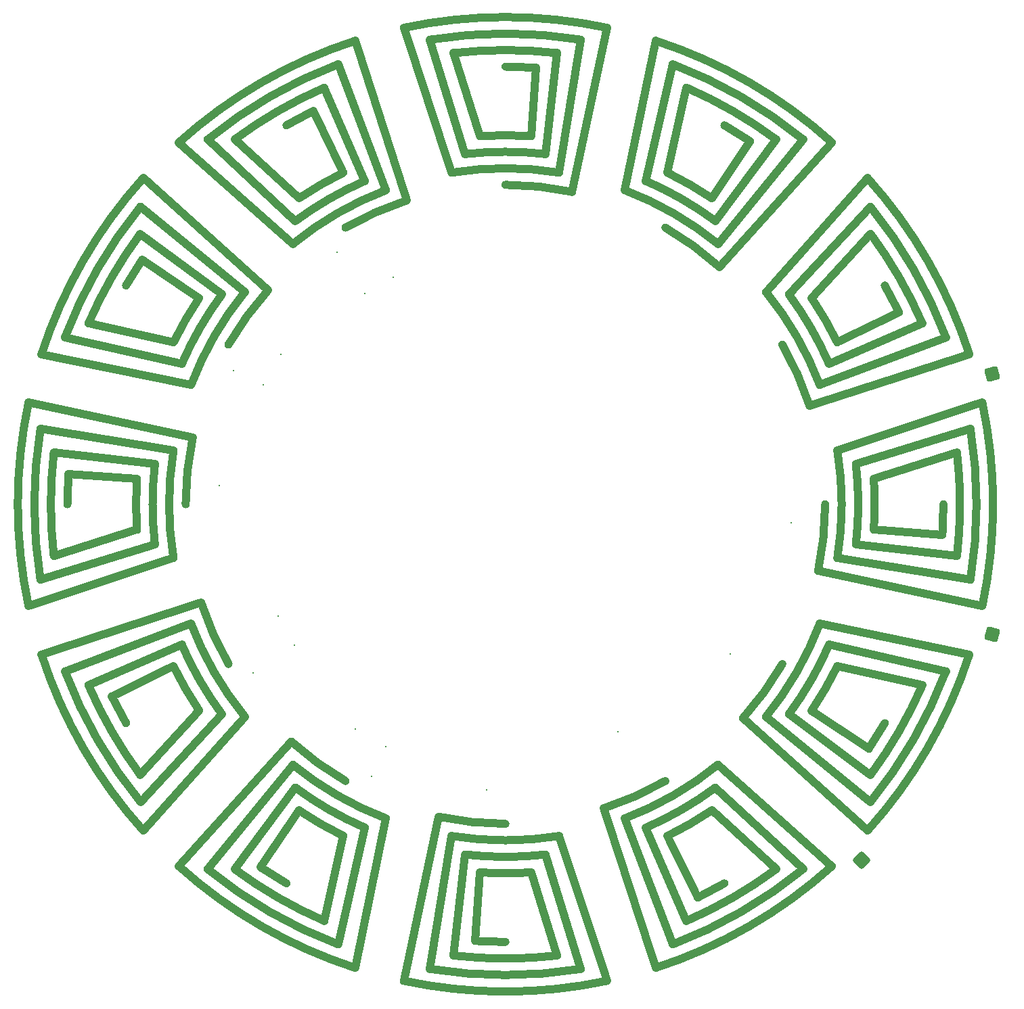
<source format=gbr>
%TF.GenerationSoftware,KiCad,Pcbnew,7.99.0-3356-g00904e8e23*%
%TF.CreationDate,2023-10-26T14:27:13+05:30*%
%TF.ProjectId,kimotor-project,6b696d6f-746f-4722-9d70-726f6a656374,rev?*%
%TF.SameCoordinates,Original*%
%TF.FileFunction,Copper,L5,Inr*%
%TF.FilePolarity,Positive*%
%FSLAX46Y46*%
G04 Gerber Fmt 4.6, Leading zero omitted, Abs format (unit mm)*
G04 Created by KiCad (PCBNEW 7.99.0-3356-g00904e8e23) date 2023-10-26 14:27:13*
%MOMM*%
%LPD*%
G01*
G04 APERTURE LIST*
G04 Aperture macros list*
%AMRoundRect*
0 Rectangle with rounded corners*
0 $1 Rounding radius*
0 $2 $3 $4 $5 $6 $7 $8 $9 X,Y pos of 4 corners*
0 Add a 4 corners polygon primitive as box body*
4,1,4,$2,$3,$4,$5,$6,$7,$8,$9,$2,$3,0*
0 Add four circle primitives for the rounded corners*
1,1,$1+$1,$2,$3*
1,1,$1+$1,$4,$5*
1,1,$1+$1,$6,$7*
1,1,$1+$1,$8,$9*
0 Add four rect primitives between the rounded corners*
20,1,$1+$1,$2,$3,$4,$5,0*
20,1,$1+$1,$4,$5,$6,$7,0*
20,1,$1+$1,$6,$7,$8,$9,0*
20,1,$1+$1,$8,$9,$2,$3,0*%
G04 Aperture macros list end*
%TA.AperFunction,ComponentPad*%
%ADD10RoundRect,0.250000X-0.734847X-0.424264X0.424264X-0.734847X0.734847X0.424264X-0.424264X0.734847X0*%
%TD*%
%TA.AperFunction,ComponentPad*%
%ADD11RoundRect,0.250000X-0.848528X0.000000X0.000000X-0.848528X0.848528X0.000000X0.000000X0.848528X0*%
%TD*%
%TA.AperFunction,ComponentPad*%
%ADD12RoundRect,0.250000X-0.424264X-0.734847X0.734847X-0.424264X0.424264X0.734847X-0.734847X0.424264X0*%
%TD*%
%TA.AperFunction,ViaPad*%
%ADD13C,0.250000*%
%TD*%
%TA.AperFunction,Conductor*%
%ADD14C,1.034000*%
%TD*%
G04 APERTURE END LIST*
D10*
%TO.N,coil*%
%TO.C,T2*%
X60853327Y-16305599D03*
%TD*%
D11*
%TO.N,coil*%
%TO.C,T3*%
X44547727Y-44547727D03*
%TD*%
%TO.N,coil*%
%TO.C,T3*%
X44547727Y-44547727D03*
%TD*%
D12*
%TO.N,coil*%
%TO.C,T1*%
X60853327Y16305599D03*
%TD*%
D10*
%TO.N,coil*%
%TO.C,T2*%
X60853327Y-16305599D03*
%TD*%
D12*
%TO.N,coil*%
%TO.C,T1*%
X60853327Y16305599D03*
%TD*%
D13*
%TO.N,coil*%
X-2345617Y-35787212D03*
X-16776894Y-34020176D03*
X-34020176Y16776894D03*
X-14947588Y-30310711D03*
X35787212Y-2345617D03*
X-18776051Y-28100347D03*
X-14947588Y-30310711D03*
X-21073890Y31539305D03*
X-30310711Y14947588D03*
X-26380867Y-17627132D03*
X-30310711Y14947588D03*
X-21073890Y31539305D03*
X-14032935Y28455978D03*
X-2345617Y-35787212D03*
X14032935Y-28455978D03*
X-35787212Y2345617D03*
X-17627132Y26380867D03*
X-17627132Y26380867D03*
X-28100347Y18776051D03*
X-18776051Y-28100347D03*
X-31539305Y-21073890D03*
X-35787212Y2345617D03*
X-14032935Y28455978D03*
X28100347Y-18776051D03*
X-16776894Y-34020176D03*
X-28100347Y18776051D03*
X-28455978Y-14032935D03*
X14032935Y-28455978D03*
X-34020176Y16776894D03*
X28100347Y-18776051D03*
X-28455978Y-14032935D03*
X-26380867Y-17627132D03*
X35787212Y-2345617D03*
X-31539305Y-21073890D03*
X-34641016Y-20000000D03*
X40000000Y0D03*
X-40000000Y0D03*
X-19999999Y-34641016D03*
X0Y-40000000D03*
X-34641016Y-20000000D03*
X19999999Y34641016D03*
X0Y-40000000D03*
X-34641016Y19999999D03*
X34641016Y-19999999D03*
X0Y40000000D03*
X-34641016Y19999999D03*
X-20000000Y34641016D03*
X-34641016Y19999999D03*
X20000000Y-34641016D03*
X-19999999Y-34641016D03*
X34641016Y-19999999D03*
X19999999Y34641016D03*
X34641016Y-19999999D03*
X40000000Y0D03*
X34641016Y20000000D03*
X0Y40000000D03*
X34641016Y20000000D03*
X40000000Y0D03*
X19999999Y34641016D03*
X-20000000Y34641016D03*
X20000000Y-34641016D03*
X-40000000Y0D03*
X-34641016Y-20000000D03*
X-40000000Y0D03*
X0Y-40000000D03*
X34641016Y20000000D03*
X0Y40000000D03*
X-20000000Y34641016D03*
X20000000Y-34641016D03*
X-19999999Y-34641016D03*
X0Y-54796000D03*
X0Y-54796000D03*
X27397999Y47454728D03*
X-27398000Y47454728D03*
X54796000Y0D03*
X27397999Y47454728D03*
X27398000Y-47454728D03*
X54796000Y0D03*
X0Y54796000D03*
X-27398000Y47454728D03*
X27398000Y-47454728D03*
X-47454728Y27397999D03*
X-54796000Y0D03*
X47454728Y-27397999D03*
X-54796000Y0D03*
X-27397999Y-47454728D03*
X-47454728Y-27398000D03*
X47454728Y-27397999D03*
X-47454728Y27397999D03*
X47454728Y27398000D03*
X-47454728Y-27398000D03*
X0Y54796000D03*
X-27397999Y-47454728D03*
X47454728Y27398000D03*
%TD*%
D14*
%TO.N,coil*%
X41524642Y-6739490D02*
X58170823Y-9441181D01*
X-18813088Y-58026439D02*
X-14925751Y-39331140D01*
X-58026439Y18813088D02*
X-39331140Y14925751D01*
X25815475Y38319327D02*
X30616067Y45445109D01*
X-26273645Y-35463812D02*
X-33850475Y-45690915D01*
X-46093248Y3197193D02*
X-54664653Y3791737D01*
X46093248Y-3197193D02*
X54664653Y-3791737D01*
X-40845826Y45305832D02*
X-26598890Y32591649D01*
X9441181Y-58170823D02*
X5021738Y-43849385D01*
X20909108Y55098001D02*
X17575739Y40485551D01*
X17575739Y-40485551D02*
X22644255Y-52160829D01*
X45305832Y40845826D02*
X32591649Y26598890D01*
X41524642Y-6739490D02*
X58170823Y-9441181D01*
X25815475Y38319327D02*
X30616067Y45445109D01*
X20277773Y-41516521D02*
X24048585Y-49236847D01*
X-5021738Y-43849385D02*
X-6469914Y-56494731D01*
X-3197193Y-46093248D02*
X-3791737Y-54664653D01*
X-3197193Y-46093248D02*
X-3791737Y-54664653D01*
X-56494731Y-6469914D02*
X-46093248Y-3197193D01*
X41516521Y20277773D02*
X49236847Y24048585D01*
X-8341382Y-39120600D02*
X-12720607Y-59658915D01*
X-29708742Y26784148D02*
X-45305832Y40845826D01*
X35463812Y-26273645D02*
X45690915Y-33850475D01*
X3197193Y46093248D02*
X3791737Y54664653D01*
X-14925751Y39331140D02*
X-20909108Y55098001D01*
X9441181Y-58170823D02*
X5021738Y-43849385D01*
X-45305832Y-40845826D02*
X-32591649Y-26598890D01*
X-38319327Y25815475D02*
X-45445109Y30616067D01*
X-45656819Y-37261715D02*
X-35463812Y-26273645D01*
X-9441181Y58170823D02*
X-5021738Y43849385D01*
X-6469914Y56494731D02*
X-3197193Y46093248D01*
X-8341382Y-39120600D02*
X-12720607Y-59658915D01*
X8341382Y39120600D02*
X12720607Y59658915D01*
X25815475Y38319327D02*
X30616067Y45445109D01*
X59658915Y12720607D02*
X41524642Y6739490D01*
X-35463812Y26273645D02*
X-45690915Y33850475D01*
X-33850475Y45690915D02*
X-25815475Y38319327D01*
X20909108Y55098001D02*
X17575739Y40485551D01*
X-39120600Y8341382D02*
X-59658915Y12720607D01*
X40845826Y-45305832D02*
X26598890Y-32591649D01*
X-58170823Y-9441181D02*
X-43849385Y-5021738D01*
X14925751Y-39331140D02*
X20909108Y-55098001D01*
X-35463812Y26273645D02*
X-45690915Y33850475D01*
X26598890Y32591649D02*
X37261715Y45656819D01*
X-52160829Y22644255D02*
X-41516521Y20277773D01*
X-55098001Y20909108D02*
X-40485551Y17575739D01*
X-40845826Y45305832D02*
X-26598890Y32591649D01*
X-20277773Y41516521D02*
X-24048585Y49236847D01*
X55098001Y-20909108D02*
X40485551Y-17575739D01*
X6469914Y-56494731D02*
X3197193Y-46093248D01*
X43849385Y-5021738D02*
X56494731Y-6469914D01*
X-37261715Y45656819D02*
X-26273645Y35463812D01*
X39120600Y-8341382D02*
X59658915Y-12720607D01*
X45690915Y33850475D02*
X38319327Y25815475D01*
X-56494731Y-6469914D02*
X-46093248Y-3197193D01*
X39120600Y-8341382D02*
X59658915Y-12720607D01*
X-5021738Y-43849385D02*
X-6469914Y-56494731D01*
X-45656819Y-37261715D02*
X-35463812Y-26273645D01*
X5021738Y43849385D02*
X6469914Y56494731D01*
X35463812Y-26273645D02*
X45690915Y-33850475D01*
X-40485551Y-17575739D02*
X-52160829Y-22644255D01*
X41516521Y20277773D02*
X49236847Y24048585D01*
X39331140Y14925751D02*
X55098001Y20909108D01*
X-26784148Y-29708742D02*
X-40845826Y-45305832D01*
X-41516521Y-20277773D02*
X-49236847Y-24048585D01*
X26784148Y29708742D02*
X40845826Y45305832D01*
X-45656819Y-37261715D02*
X-35463812Y-26273645D01*
X12336451Y-38050124D02*
X18813088Y-58026439D01*
X22644255Y52160829D02*
X20277773Y41516521D01*
X26784148Y29708742D02*
X40845826Y45305832D01*
X14925751Y-39331140D02*
X20909108Y-55098001D01*
X55098001Y-20909108D02*
X40485551Y-17575739D01*
X20909108Y55098001D02*
X17575739Y40485551D01*
X43849385Y-5021738D02*
X56494731Y-6469914D01*
X-26784148Y-29708742D02*
X-40845826Y-45305832D01*
X12720607Y-59658915D02*
X6739490Y-41524642D01*
X-52160829Y22644255D02*
X-41516521Y20277773D01*
X59658915Y12720607D02*
X41524642Y6739490D01*
X58170823Y9441181D02*
X43849385Y5021738D01*
X52160829Y-22644255D02*
X41516521Y-20277773D01*
X58026439Y-18813088D02*
X39331140Y-14925751D01*
X33850475Y-45690915D02*
X25815475Y-38319327D01*
X-45690915Y-33850475D02*
X-38319327Y-25815475D01*
X40485551Y17575739D02*
X52160829Y22644255D01*
X40485551Y17575739D02*
X52160829Y22644255D01*
X22644255Y52160829D02*
X20277773Y41516521D01*
X-20277773Y41516521D02*
X-24048585Y49236847D01*
X-5021738Y-43849385D02*
X-6469914Y-56494731D01*
X-43849385Y5021738D02*
X-56494731Y6469914D01*
X8341382Y39120600D02*
X12720607Y59658915D01*
X-55098001Y20909108D02*
X-40485551Y17575739D01*
X-12336451Y38050124D02*
X-18813088Y58026439D01*
X58026439Y-18813088D02*
X39331140Y-14925751D01*
X-38050124Y-12336451D02*
X-58026439Y-18813088D01*
X-33850475Y45690915D02*
X-25815475Y38319327D01*
X45656819Y37261715D02*
X35463812Y26273645D01*
X39120600Y-8341382D02*
X59658915Y-12720607D01*
X-26273645Y-35463812D02*
X-33850475Y-45690915D01*
X33850475Y-45690915D02*
X25815475Y-38319327D01*
X-58026439Y18813088D02*
X-39331140Y14925751D01*
X-20909108Y-55098001D02*
X-17575739Y-40485551D01*
X-58026439Y18813088D02*
X-39331140Y14925751D01*
X-40845826Y45305832D02*
X-26598890Y32591649D01*
X-45305832Y-40845826D02*
X-32591649Y-26598890D01*
X-40485551Y-17575739D02*
X-52160829Y-22644255D01*
X56494731Y6469914D02*
X46093248Y3197193D01*
X40845826Y-45305832D02*
X26598890Y-32591649D01*
X40845826Y-45305832D02*
X26598890Y-32591649D01*
X-59658915Y-12720607D02*
X-41524642Y-6739490D01*
X22644255Y52160829D02*
X20277773Y41516521D01*
X-12720607Y59658915D02*
X-6739490Y41524642D01*
X3197193Y46093248D02*
X3791737Y54664653D01*
X52160829Y-22644255D02*
X41516521Y-20277773D01*
X-52160829Y22644255D02*
X-41516521Y20277773D01*
X45305832Y40845826D02*
X32591649Y26598890D01*
X-59658915Y-12720607D02*
X-41524642Y-6739490D01*
X-20909108Y-55098001D02*
X-17575739Y-40485551D01*
X56494731Y6469914D02*
X46093248Y3197193D01*
X-41524642Y6739490D02*
X-58170823Y9441181D01*
X58170823Y9441181D02*
X43849385Y5021738D01*
X-59658915Y-12720607D02*
X-41524642Y-6739490D01*
X41524642Y-6739490D02*
X58170823Y-9441181D01*
X-38319327Y25815475D02*
X-45445109Y30616067D01*
X56494731Y6469914D02*
X46093248Y3197193D01*
X26598890Y32591649D02*
X37261715Y45656819D01*
X46093248Y-3197193D02*
X54664653Y-3791737D01*
X55098001Y-20909108D02*
X40485551Y-17575739D01*
X-9441181Y58170823D02*
X-5021738Y43849385D01*
X5021738Y43849385D02*
X6469914Y56494731D01*
X12720607Y-59658915D02*
X6739490Y-41524642D01*
X-14925751Y39331140D02*
X-20909108Y55098001D01*
X-29708742Y26784148D02*
X-45305832Y40845826D01*
X12336451Y-38050124D02*
X18813088Y-58026439D01*
X-45690915Y-33850475D02*
X-38319327Y-25815475D01*
X-45690915Y-33850475D02*
X-38319327Y-25815475D01*
X14925751Y-39331140D02*
X20909108Y-55098001D01*
X58026439Y-18813088D02*
X39331140Y-14925751D01*
X-29708742Y26784148D02*
X-45305832Y40845826D01*
X-12336451Y38050124D02*
X-18813088Y58026439D01*
X-38050124Y-12336451D02*
X-58026439Y-18813088D01*
X-45305832Y-40845826D02*
X-32591649Y-26598890D01*
X-41524642Y6739490D02*
X-58170823Y9441181D01*
X32591649Y-26598890D02*
X45656819Y-37261715D01*
X-32591649Y26598890D02*
X-45656819Y37261715D01*
X6739490Y41524642D02*
X9441181Y58170823D01*
X-56494731Y-6469914D02*
X-46093248Y-3197193D01*
X-6469914Y56494731D02*
X-3197193Y46093248D01*
X29708742Y-26784148D02*
X45305832Y-40845826D01*
X-22644255Y-52160829D02*
X-20277773Y-41516521D01*
X32591649Y-26598890D02*
X45656819Y-37261715D01*
X-43849385Y5021738D02*
X-56494731Y6469914D01*
X-17575739Y40485551D02*
X-22644255Y52160829D01*
X38050124Y12336451D02*
X58026439Y18813088D01*
X59658915Y12720607D02*
X41524642Y6739490D01*
X-37261715Y45656819D02*
X-26273645Y35463812D01*
X-37261715Y45656819D02*
X-26273645Y35463812D01*
X18813088Y58026439D02*
X14925751Y39331140D01*
X-41516521Y-20277773D02*
X-49236847Y-24048585D01*
X-12720607Y59658915D02*
X-6739490Y41524642D01*
X41516521Y20277773D02*
X49236847Y24048585D01*
X26273645Y35463812D02*
X33850475Y45690915D01*
X6739490Y41524642D02*
X9441181Y58170823D01*
X29708742Y-26784148D02*
X45305832Y-40845826D01*
X37261715Y-45656819D02*
X26273645Y-35463812D01*
X-3197193Y-46093248D02*
X-3791737Y-54664653D01*
X38319327Y-25815475D02*
X45445109Y-30616067D01*
X17575739Y-40485551D02*
X22644255Y-52160829D01*
X38319327Y-25815475D02*
X45445109Y-30616067D01*
X9441181Y-58170823D02*
X5021738Y-43849385D01*
X6469914Y-56494731D02*
X3197193Y-46093248D01*
X37261715Y-45656819D02*
X26273645Y-35463812D01*
X-46093248Y3197193D02*
X-54664653Y3791737D01*
X43849385Y-5021738D02*
X56494731Y-6469914D01*
X-41516521Y-20277773D02*
X-49236847Y-24048585D01*
X52160829Y-22644255D02*
X41516521Y-20277773D01*
X12336451Y-38050124D02*
X18813088Y-58026439D01*
X-6739490Y-41524642D02*
X-9441181Y-58170823D01*
X-41524642Y6739490D02*
X-58170823Y9441181D01*
X6469914Y-56494731D02*
X3197193Y-46093248D01*
X-26598890Y-32591649D02*
X-37261715Y-45656819D01*
X-58170823Y-9441181D02*
X-43849385Y-5021738D01*
X46093248Y-3197193D02*
X54664653Y-3791737D01*
X32591649Y-26598890D02*
X45656819Y-37261715D01*
X-20277773Y41516521D02*
X-24048585Y49236847D01*
X-22644255Y-52160829D02*
X-20277773Y-41516521D01*
X-12720607Y59658915D02*
X-6739490Y41524642D01*
X-38050124Y-12336451D02*
X-58026439Y-18813088D01*
X-32591649Y26598890D02*
X-45656819Y37261715D01*
X-35463812Y26273645D02*
X-45690915Y33850475D01*
X33850475Y-45690915D02*
X25815475Y-38319327D01*
X37261715Y-45656819D02*
X26273645Y-35463812D01*
X-26784148Y-29708742D02*
X-40845826Y-45305832D01*
X39331140Y14925751D02*
X55098001Y20909108D01*
X-17575739Y40485551D02*
X-22644255Y52160829D01*
X26273645Y35463812D02*
X33850475Y45690915D01*
X38050124Y12336451D02*
X58026439Y18813088D01*
X38050124Y12336451D02*
X58026439Y18813088D01*
X-6469914Y56494731D02*
X-3197193Y46093248D01*
X26598890Y32591649D02*
X37261715Y45656819D01*
X-25815475Y-38319327D02*
X-30616067Y-45445109D01*
X45690915Y33850475D02*
X38319327Y25815475D01*
X-9441181Y58170823D02*
X-5021738Y43849385D01*
X17575739Y-40485551D02*
X22644255Y-52160829D01*
X26273645Y35463812D02*
X33850475Y45690915D01*
X-32591649Y26598890D02*
X-45656819Y37261715D01*
X-17575739Y40485551D02*
X-22644255Y52160829D01*
X-20909108Y-55098001D02*
X-17575739Y-40485551D01*
X-12336451Y38050124D02*
X-18813088Y58026439D01*
X20277773Y-41516521D02*
X24048585Y-49236847D01*
X-38319327Y25815475D02*
X-45445109Y30616067D01*
X-39331140Y-14925751D02*
X-55098001Y-20909108D01*
X-26598890Y-32591649D02*
X-37261715Y-45656819D01*
X8341382Y39120600D02*
X12720607Y59658915D01*
X-39331140Y-14925751D02*
X-55098001Y-20909108D01*
X26784148Y29708742D02*
X40845826Y45305832D01*
X40485551Y17575739D02*
X52160829Y22644255D01*
X35463812Y-26273645D02*
X45690915Y-33850475D01*
X45690915Y33850475D02*
X38319327Y25815475D01*
X-46093248Y3197193D02*
X-54664653Y3791737D01*
X-39331140Y-14925751D02*
X-55098001Y-20909108D01*
X12720607Y-59658915D02*
X6739490Y-41524642D01*
X6739490Y41524642D02*
X9441181Y58170823D01*
X-39120600Y8341382D02*
X-59658915Y12720607D01*
X-26273645Y-35463812D02*
X-33850475Y-45690915D01*
X-55098001Y20909108D02*
X-40485551Y17575739D01*
X38319327Y-25815475D02*
X45445109Y-30616067D01*
X-43849385Y5021738D02*
X-56494731Y6469914D01*
X-6739490Y-41524642D02*
X-9441181Y-58170823D01*
X29708742Y-26784148D02*
X45305832Y-40845826D01*
X-8341382Y-39120600D02*
X-12720607Y-59658915D01*
X-58170823Y-9441181D02*
X-43849385Y-5021738D01*
X-25815475Y-38319327D02*
X-30616067Y-45445109D01*
X-18813088Y-58026439D02*
X-14925751Y-39331140D01*
X39331140Y14925751D02*
X55098001Y20909108D01*
X-33850475Y45690915D02*
X-25815475Y38319327D01*
X-40485551Y-17575739D02*
X-52160829Y-22644255D01*
X18813088Y58026439D02*
X14925751Y39331140D01*
X-26598890Y-32591649D02*
X-37261715Y-45656819D01*
X45656819Y37261715D02*
X35463812Y26273645D01*
X45305832Y40845826D02*
X32591649Y26598890D01*
X5021738Y43849385D02*
X6469914Y56494731D01*
X-18813088Y-58026439D02*
X-14925751Y-39331140D01*
X3197193Y46093248D02*
X3791737Y54664653D01*
X-14925751Y39331140D02*
X-20909108Y55098001D01*
X45656819Y37261715D02*
X35463812Y26273645D01*
X-39120600Y8341382D02*
X-59658915Y12720607D01*
X-22644255Y-52160829D02*
X-20277773Y-41516521D01*
X-6739490Y-41524642D02*
X-9441181Y-58170823D01*
X18813088Y58026439D02*
X14925751Y39331140D01*
X20277773Y-41516521D02*
X24048585Y-49236847D01*
X-25815475Y-38319327D02*
X-30616067Y-45445109D01*
X58170823Y9441181D02*
X43849385Y5021738D01*
X46093248Y3197193D02*
G75*
G02*
X46093248Y-3197193I-46092948J-3197193D01*
G01*
X24048585Y-49236846D02*
G75*
G03*
X27398000Y-47454727I-24048612J49236917D01*
G01*
X-14925751Y-39331140D02*
G75*
G02*
X-26598890Y-32591649I14925771J39331170D01*
G01*
X-40845826Y-45305832D02*
G75*
G03*
X-18813088Y-58026440I40845836J45305842D01*
G01*
X-39331140Y14925751D02*
G75*
G02*
X-32591649Y26598890I39331170J-14925771D01*
G01*
X32591648Y26598889D02*
G75*
G02*
X39331138Y14925750I-32591648J-26598889D01*
G01*
X24048585Y-49236846D02*
G75*
G03*
X27398000Y-47454727I-24048612J49236917D01*
G01*
X45445109Y-30616067D02*
G75*
G03*
X47454728Y-27397999I-45445322J30616210D01*
G01*
X38319326Y25815475D02*
G75*
G02*
X41516520Y20277773I-38319431J-25815538D01*
G01*
X58170822Y-9441181D02*
G75*
G03*
X58170822Y9441181I-58170722J9441181D01*
G01*
X35463811Y26273645D02*
G75*
G02*
X40485549Y17575738I-35463711J-26273585D01*
G01*
X26273645Y-35463811D02*
G75*
G02*
X17575738Y-40485549I-26273585J35463711D01*
G01*
X0Y-40000000D02*
G75*
G02*
X-8341382Y-39120600I10J40000100D01*
G01*
X-58026439Y-18813088D02*
G75*
G03*
X-45305832Y-40845826I58026431J18813083D01*
G01*
X45445109Y-30616067D02*
G75*
G03*
X47454728Y-27397999I-45445322J30616210D01*
G01*
X-41516521Y20277773D02*
G75*
G02*
X-38319324Y25815473I41516821J-20277973D01*
G01*
X58170822Y-9441181D02*
G75*
G03*
X58170822Y9441181I-58170722J9441181D01*
G01*
X-49236847Y-24048585D02*
G75*
G03*
X-47454730Y-27398001I49236947J24048585D01*
G01*
X41524641Y6739490D02*
G75*
G02*
X41524641Y-6739490I-41524641J-6739490D01*
G01*
X45656819Y-37261715D02*
G75*
G03*
X55098001Y-20909108I-45656819J37261715D01*
G01*
X33850474Y45690914D02*
G75*
G03*
X22644255Y52160828I-33850474J-45690914D01*
G01*
X-40485550Y17575739D02*
G75*
G02*
X-35463811Y26273645I40485514J-17575722D01*
G01*
X54664653Y-3791737D02*
G75*
G03*
X54796000Y0I-54664744J3791748D01*
G01*
X45690914Y-33850474D02*
G75*
G03*
X52160828Y-22644255I-45690914J33850474D01*
G01*
X-3791737Y-54664653D02*
G75*
G03*
X0Y-54795999I3791737J54664753D01*
G01*
X0Y40000000D02*
G75*
G02*
X8341382Y39120600I-11J-40000101D01*
G01*
X41516521Y-20277773D02*
G75*
G02*
X38319327Y-25815475I-41516806J20277940D01*
G01*
X41516521Y-20277773D02*
G75*
G02*
X38319327Y-25815475I-41516806J20277940D01*
G01*
X-55098001Y-20909108D02*
G75*
G03*
X-45656819Y-37261715I55097947J20909076D01*
G01*
X-5021738Y43849384D02*
G75*
G02*
X5021738Y43849384I5021738J-43849247D01*
G01*
X37261715Y45656819D02*
G75*
G03*
X20909108Y55098001I-37261705J-45656799D01*
G01*
X-35463811Y-26273645D02*
G75*
G02*
X-40485550Y-17575739I35463708J26273589D01*
G01*
X30616067Y45445109D02*
G75*
G03*
X27397999Y47454728I-30616210J-45445322D01*
G01*
X0Y-40000000D02*
G75*
G02*
X-8341382Y-39120600I10J40000100D01*
G01*
X-25815475Y38319327D02*
G75*
G02*
X-20277775Y41516525I25815575J-38319427D01*
G01*
X18813088Y-58026439D02*
G75*
G03*
X40845826Y-45305832I-18813088J58026439D01*
G01*
X-32591649Y-26598890D02*
G75*
G02*
X-39331140Y-14925751I32591648J26598893D01*
G01*
X34641016Y-19999999D02*
G75*
G02*
X29708742Y-26784148I-34641016J19999999D01*
G01*
X20000000Y-34641016D02*
G75*
G02*
X12336451Y-38050124I-20000000J34641021D01*
G01*
X-20000000Y34641015D02*
G75*
G02*
X-12336451Y38050124I20000000J-34641015D01*
G01*
X-58170822Y9441181D02*
G75*
G03*
X-58170822Y-9441181I58170772J-9441181D01*
G01*
X40845825Y45305831D02*
G75*
G03*
X18813088Y58026438I-40845832J-45305843D01*
G01*
X-24048585Y49236847D02*
G75*
G03*
X-27398001Y47454730I24048585J-49236947D01*
G01*
X30616067Y45445109D02*
G75*
G03*
X27397999Y47454728I-30616210J-45445322D01*
G01*
X-40000000Y0D02*
G75*
G02*
X-39120600Y8341382I40000100J-10D01*
G01*
X-9441181Y-58170822D02*
G75*
G03*
X9441181Y-58170822I9441181J58170772D01*
G01*
X-6469914Y-56494731D02*
G75*
G03*
X6469914Y-56494731I6469914J56494625D01*
G01*
X38319326Y25815475D02*
G75*
G02*
X41516520Y20277773I-38319431J-25815538D01*
G01*
X34641016Y20000000D02*
G75*
G02*
X38050124Y12336451I-34641021J-20000000D01*
G01*
X46093248Y3197193D02*
G75*
G02*
X46093248Y-3197193I-46092948J-3197193D01*
G01*
X45656819Y-37261715D02*
G75*
G03*
X55098001Y-20909108I-45656819J37261715D01*
G01*
X-12720607Y-59658915D02*
G75*
G03*
X12720607Y-59658915I12720607J59658908D01*
G01*
X-58170822Y9441181D02*
G75*
G03*
X-58170822Y-9441181I58170772J-9441181D01*
G01*
X-22644255Y52160829D02*
G75*
G03*
X-33850475Y45690915I22644206J-52160745D01*
G01*
X45656819Y-37261715D02*
G75*
G03*
X55098001Y-20909108I-45656819J37261715D01*
G01*
X-9441181Y-58170822D02*
G75*
G03*
X9441181Y-58170822I9441181J58170772D01*
G01*
X20909108Y-55098000D02*
G75*
G03*
X37261715Y-45656819I-20909078J55097950D01*
G01*
X26273645Y-35463811D02*
G75*
G02*
X17575738Y-40485549I-26273585J35463711D01*
G01*
X-46093248Y-3197193D02*
G75*
G02*
X-46093248Y3197193I46092969J3197193D01*
G01*
X-35463811Y-26273645D02*
G75*
G02*
X-40485550Y-17575739I35463708J26273589D01*
G01*
X45305831Y-40845825D02*
G75*
G03*
X58026438Y-18813088I-45305843J40845832D01*
G01*
X-18813088Y58026439D02*
G75*
G03*
X-40845826Y45305832I18813083J-58026431D01*
G01*
X20277773Y41516521D02*
G75*
G02*
X25815475Y38319327I-20277940J-41516806D01*
G01*
X-54664653Y3791737D02*
G75*
G03*
X-54795999Y0I54664753J-3791737D01*
G01*
X-34641015Y-20000000D02*
G75*
G02*
X-38050124Y-12336451I34641015J20000000D01*
G01*
X32591648Y26598889D02*
G75*
G02*
X39331138Y14925750I-32591648J-26598889D01*
G01*
X26598890Y-32591649D02*
G75*
G02*
X14925751Y-39331140I-26598893J32591648D01*
G01*
X59658914Y-12720607D02*
G75*
G03*
X59658914Y12720607I-59658914J12720607D01*
G01*
X56494730Y-6469914D02*
G75*
G03*
X56494730Y6469914I-56494630J6469914D01*
G01*
X-6469914Y-56494731D02*
G75*
G03*
X6469914Y-56494731I6469914J56494625D01*
G01*
X35463811Y26273645D02*
G75*
G02*
X40485549Y17575738I-35463711J-26273585D01*
G01*
X54664653Y-3791737D02*
G75*
G03*
X54796000Y0I-54664744J3791748D01*
G01*
X17575739Y40485551D02*
G75*
G02*
X26273645Y35463812I-17575739J-40485551D01*
G01*
X-45656819Y37261715D02*
G75*
G03*
X-55098001Y20909108I45656798J-37261703D01*
G01*
X52160828Y22644255D02*
G75*
G03*
X45690915Y33850475I-52160748J-22644205D01*
G01*
X-45305832Y40845826D02*
G75*
G03*
X-58026439Y18813088I45305832J-40845826D01*
G01*
X52160828Y22644255D02*
G75*
G03*
X45690915Y33850475I-52160748J-22644205D01*
G01*
X-30616067Y-45445109D02*
G75*
G03*
X-27397998Y-47454726I30616167J45445309D01*
G01*
X-20277773Y-41516521D02*
G75*
G02*
X-25815473Y-38319324I20277973J41516821D01*
G01*
X45690914Y-33850474D02*
G75*
G03*
X52160828Y-22644255I-45690914J33850474D01*
G01*
X17575739Y40485551D02*
G75*
G02*
X26273645Y35463812I-17575739J-40485551D01*
G01*
X-41524642Y-6739490D02*
G75*
G02*
X-41524642Y6739490I41524637J6739490D01*
G01*
X12720607Y59658915D02*
G75*
G03*
X-12720607Y59658915I-12720607J-59658908D01*
G01*
X-3197193Y46093248D02*
G75*
G02*
X3197193Y46093248I3197193J-46092969D01*
G01*
X-49236847Y-24048585D02*
G75*
G03*
X-47454730Y-27398001I49236947J24048585D01*
G01*
X-26273645Y35463811D02*
G75*
G02*
X-17575739Y40485550I26273589J-35463708D01*
G01*
X40000000Y0D02*
G75*
G02*
X39120600Y-8341382I-40000101J11D01*
G01*
X-45690915Y33850475D02*
G75*
G03*
X-52160829Y22644255I45690897J-33850465D01*
G01*
X39331139Y-14925751D02*
G75*
G02*
X32591648Y-26598889I-39331172J14925774D01*
G01*
X40485551Y-17575739D02*
G75*
G02*
X35463812Y-26273645I-40485551J17575739D01*
G01*
X19999999Y34641016D02*
G75*
G02*
X26784148Y29708742I-19999999J-34641016D01*
G01*
X-43849384Y-5021738D02*
G75*
G02*
X-43849384Y5021738I43849247J5021738D01*
G01*
X26273645Y-35463811D02*
G75*
G02*
X17575738Y-40485549I-26273585J35463711D01*
G01*
X-41516521Y20277773D02*
G75*
G02*
X-38319324Y25815473I41516821J-20277973D01*
G01*
X-39331140Y14925751D02*
G75*
G02*
X-32591649Y26598890I39331170J-14925771D01*
G01*
X40845825Y45305831D02*
G75*
G03*
X18813088Y58026438I-40845832J-45305843D01*
G01*
X-19999999Y-34641016D02*
G75*
G02*
X-26784148Y-29708742I19999982J34640991D01*
G01*
X12720607Y59658915D02*
G75*
G03*
X-12720607Y59658915I-12720607J-59658908D01*
G01*
X33850474Y45690914D02*
G75*
G03*
X22644255Y52160828I-33850474J-45690914D01*
G01*
X-34641015Y-20000000D02*
G75*
G02*
X-38050124Y-12336451I34641015J20000000D01*
G01*
X-45690915Y33850475D02*
G75*
G03*
X-52160829Y22644255I45690897J-33850465D01*
G01*
X-22644255Y52160829D02*
G75*
G03*
X-33850475Y45690915I22644206J-52160745D01*
G01*
X-6469914Y-56494731D02*
G75*
G03*
X6469914Y-56494731I6469914J56494625D01*
G01*
X-26273645Y35463811D02*
G75*
G02*
X-17575739Y40485550I26273589J-35463708D01*
G01*
X0Y-40000000D02*
G75*
G02*
X-8341382Y-39120600I10J40000100D01*
G01*
X-45305832Y40845826D02*
G75*
G03*
X-58026439Y18813088I45305832J-40845826D01*
G01*
X-43849384Y-5021738D02*
G75*
G02*
X-43849384Y5021738I43849247J5021738D01*
G01*
X-55098001Y-20909108D02*
G75*
G03*
X-45656819Y-37261715I55097947J20909076D01*
G01*
X32591648Y26598889D02*
G75*
G02*
X39331138Y14925750I-32591648J-26598889D01*
G01*
X-26598889Y32591648D02*
G75*
G02*
X-14925750Y39331138I26598889J-32591648D01*
G01*
X-56494731Y6469914D02*
G75*
G03*
X-56494731Y-6469914I56494625J-6469914D01*
G01*
X38319326Y25815475D02*
G75*
G02*
X41516520Y20277773I-38319431J-25815538D01*
G01*
X-17575739Y-40485550D02*
G75*
G02*
X-26273645Y-35463811I17575722J40485514D01*
G01*
X-54664653Y3791737D02*
G75*
G03*
X-54795999Y0I54664753J-3791737D01*
G01*
X20000000Y-34641016D02*
G75*
G02*
X12336451Y-38050124I-20000000J34641021D01*
G01*
X22644255Y-52160828D02*
G75*
G03*
X33850475Y-45690915I-22644205J52160748D01*
G01*
X17575739Y40485551D02*
G75*
G02*
X26273645Y35463812I-17575739J-40485551D01*
G01*
X9441181Y58170822D02*
G75*
G03*
X-9441181Y58170822I-9441181J-58170772D01*
G01*
X-19999999Y-34641016D02*
G75*
G02*
X-26784148Y-29708742I19999982J34640991D01*
G01*
X-20277773Y-41516521D02*
G75*
G02*
X-25815473Y-38319324I20277973J41516821D01*
G01*
X0Y40000000D02*
G75*
G02*
X8341382Y39120600I-11J-40000101D01*
G01*
X24048585Y-49236846D02*
G75*
G03*
X27398000Y-47454727I-24048612J49236917D01*
G01*
X19999999Y34641016D02*
G75*
G02*
X26784148Y29708742I-19999999J-34641016D01*
G01*
X0Y40000000D02*
G75*
G02*
X8341382Y39120600I-11J-40000101D01*
G01*
X25815475Y-38319326D02*
G75*
G02*
X20277773Y-41516520I-25815538J38319431D01*
G01*
X-54664653Y3791737D02*
G75*
G03*
X-54795999Y0I54664753J-3791737D01*
G01*
X-9441181Y-58170822D02*
G75*
G03*
X9441181Y-58170822I9441181J58170772D01*
G01*
X-24048585Y49236847D02*
G75*
G03*
X-27398001Y47454730I24048585J-49236947D01*
G01*
X39331139Y-14925751D02*
G75*
G02*
X32591648Y-26598889I-39331172J14925774D01*
G01*
X-58026439Y-18813088D02*
G75*
G03*
X-45305832Y-40845826I58026431J18813083D01*
G01*
X-45656819Y37261715D02*
G75*
G03*
X-55098001Y20909108I45656798J-37261703D01*
G01*
X-32591649Y-26598890D02*
G75*
G02*
X-39331140Y-14925751I32591648J26598893D01*
G01*
X-26598889Y32591648D02*
G75*
G02*
X-14925750Y39331138I26598889J-32591648D01*
G01*
X3197193Y-46093248D02*
G75*
G02*
X-3197193Y-46093248I-3197193J46092969D01*
G01*
X6739490Y-41524642D02*
G75*
G02*
X-6739490Y-41524642I-6739490J41524637D01*
G01*
X18813088Y-58026439D02*
G75*
G03*
X40845826Y-45305832I-18813088J58026439D01*
G01*
X43849384Y5021738D02*
G75*
G02*
X43849384Y-5021738I-43849284J-5021738D01*
G01*
X-20909108Y55098001D02*
G75*
G03*
X-37261715Y45656819I20909076J-55097947D01*
G01*
X39331139Y-14925751D02*
G75*
G02*
X32591648Y-26598889I-39331172J14925774D01*
G01*
X-3791737Y-54664653D02*
G75*
G03*
X0Y-54795999I3791737J54664753D01*
G01*
X-20000000Y34641015D02*
G75*
G02*
X-12336451Y38050124I20000000J-34641015D01*
G01*
X26598890Y-32591649D02*
G75*
G02*
X14925751Y-39331140I-26598893J32591648D01*
G01*
X41524641Y6739490D02*
G75*
G02*
X41524641Y-6739490I-41524641J-6739490D01*
G01*
X19999999Y34641016D02*
G75*
G02*
X26784148Y29708742I-19999999J-34641016D01*
G01*
X40000000Y0D02*
G75*
G02*
X39120600Y-8341382I-40000101J11D01*
G01*
X22644255Y-52160828D02*
G75*
G03*
X33850475Y-45690915I-22644205J52160748D01*
G01*
X49236846Y24048585D02*
G75*
G03*
X47454727Y27398000I-49236917J-24048612D01*
G01*
X-18813088Y58026439D02*
G75*
G03*
X-40845826Y45305832I18813083J-58026431D01*
G01*
X55098000Y20909108D02*
G75*
G03*
X45656819Y37261715I-55097950J-20909078D01*
G01*
X-45305832Y40845826D02*
G75*
G03*
X-58026439Y18813088I45305832J-40845826D01*
G01*
X-38319327Y-25815475D02*
G75*
G02*
X-41516525Y-20277775I38319427J25815575D01*
G01*
X-59658915Y12720607D02*
G75*
G03*
X-59658915Y-12720607I59658908J-12720607D01*
G01*
X-34641016Y19999999D02*
G75*
G02*
X-29708742Y26784148I34640991J-19999982D01*
G01*
X-5021738Y43849384D02*
G75*
G02*
X5021738Y43849384I5021738J-43849247D01*
G01*
X59658914Y-12720607D02*
G75*
G03*
X59658914Y12720607I-59658914J12720607D01*
G01*
X46093248Y3197193D02*
G75*
G02*
X46093248Y-3197193I-46092948J-3197193D01*
G01*
X-37261715Y-45656819D02*
G75*
G03*
X-20909108Y-55098001I37261703J45656798D01*
G01*
X40845825Y45305831D02*
G75*
G03*
X18813088Y58026438I-40845832J-45305843D01*
G01*
X33850474Y45690914D02*
G75*
G03*
X22644255Y52160828I-33850474J-45690914D01*
G01*
X14925751Y39331139D02*
G75*
G02*
X26598889Y32591648I-14925774J-39331172D01*
G01*
X-40000000Y0D02*
G75*
G02*
X-39120600Y8341382I40000100J-10D01*
G01*
X-45656819Y37261715D02*
G75*
G03*
X-55098001Y20909108I45656798J-37261703D01*
G01*
X-25815475Y38319327D02*
G75*
G02*
X-20277775Y41516525I25815575J-38319427D01*
G01*
X-55098001Y-20909108D02*
G75*
G03*
X-45656819Y-37261715I55097947J20909076D01*
G01*
X-20909108Y55098001D02*
G75*
G03*
X-37261715Y45656819I20909076J-55097947D01*
G01*
X-3197193Y46093248D02*
G75*
G02*
X3197193Y46093248I3197193J-46092969D01*
G01*
X-56494731Y6469914D02*
G75*
G03*
X-56494731Y-6469914I56494625J-6469914D01*
G01*
X-30616067Y-45445109D02*
G75*
G03*
X-27397998Y-47454726I30616167J45445309D01*
G01*
X-32591649Y-26598890D02*
G75*
G02*
X-39331140Y-14925751I32591648J26598893D01*
G01*
X-6739490Y41524642D02*
G75*
G02*
X6739490Y41524642I6739490J-41524637D01*
G01*
X-24048585Y49236847D02*
G75*
G03*
X-27398001Y47454730I24048585J-49236947D01*
G01*
X-34641016Y19999999D02*
G75*
G02*
X-29708742Y26784148I34640991J-19999982D01*
G01*
X45445109Y-30616067D02*
G75*
G03*
X47454728Y-27397999I-45445322J30616210D01*
G01*
X20277773Y41516521D02*
G75*
G02*
X25815475Y38319327I-20277940J-41516806D01*
G01*
X-37261715Y-45656819D02*
G75*
G03*
X-20909108Y-55098001I37261703J45656798D01*
G01*
X20909108Y-55098000D02*
G75*
G03*
X37261715Y-45656819I-20909078J55097950D01*
G01*
X-20909108Y55098001D02*
G75*
G03*
X-37261715Y45656819I20909076J-55097947D01*
G01*
X40485551Y-17575739D02*
G75*
G02*
X35463812Y-26273645I-40485551J17575739D01*
G01*
X52160828Y22644255D02*
G75*
G03*
X45690915Y33850475I-52160748J-22644205D01*
G01*
X34641016Y-19999999D02*
G75*
G02*
X29708742Y-26784148I-34641016J19999999D01*
G01*
X-52160829Y-22644255D02*
G75*
G03*
X-45690915Y-33850475I52160745J22644206D01*
G01*
X30616067Y45445109D02*
G75*
G03*
X27397999Y47454728I-30616210J-45445322D01*
G01*
X56494730Y-6469914D02*
G75*
G03*
X56494730Y6469914I-56494630J6469914D01*
G01*
X26598890Y-32591649D02*
G75*
G02*
X14925751Y-39331140I-26598893J32591648D01*
G01*
X-59658915Y12720607D02*
G75*
G03*
X-59658915Y-12720607I59658908J-12720607D01*
G01*
X6469914Y56494731D02*
G75*
G03*
X-6469914Y56494731I-6469914J-56494625D01*
G01*
X49236846Y24048585D02*
G75*
G03*
X47454727Y27398000I-49236917J-24048612D01*
G01*
X-33850475Y-45690915D02*
G75*
G03*
X-22644255Y-52160829I33850465J45690897D01*
G01*
X-59658915Y12720607D02*
G75*
G03*
X-59658915Y-12720607I59658908J-12720607D01*
G01*
X-35463811Y-26273645D02*
G75*
G02*
X-40485550Y-17575739I35463708J26273589D01*
G01*
X-33850475Y-45690915D02*
G75*
G03*
X-22644255Y-52160829I33850465J45690897D01*
G01*
X20277773Y41516521D02*
G75*
G02*
X25815475Y38319327I-20277940J-41516806D01*
G01*
X6469914Y56494731D02*
G75*
G03*
X-6469914Y56494731I-6469914J-56494625D01*
G01*
X34641016Y20000000D02*
G75*
G02*
X38050124Y12336451I-34641021J-20000000D01*
G01*
X-40845826Y-45305832D02*
G75*
G03*
X-18813088Y-58026440I40845836J45305842D01*
G01*
X-46093248Y-3197193D02*
G75*
G02*
X-46093248Y3197193I46092969J3197193D01*
G01*
X25815475Y-38319326D02*
G75*
G02*
X20277773Y-41516520I-25815538J38319431D01*
G01*
X-14925751Y-39331140D02*
G75*
G02*
X-26598890Y-32591649I14925771J39331170D01*
G01*
X-45445109Y30616067D02*
G75*
G03*
X-47454726Y27397998I45445309J-30616167D01*
G01*
X-12720607Y-59658915D02*
G75*
G03*
X12720607Y-59658915I12720607J59658908D01*
G01*
X35463811Y26273645D02*
G75*
G02*
X40485549Y17575738I-35463711J-26273585D01*
G01*
X58170822Y-9441181D02*
G75*
G03*
X58170822Y9441181I-58170722J9441181D01*
G01*
X-40845826Y-45305832D02*
G75*
G03*
X-18813088Y-58026440I40845836J45305842D01*
G01*
X55098000Y20909108D02*
G75*
G03*
X45656819Y37261715I-55097950J-20909078D01*
G01*
X-45445109Y30616067D02*
G75*
G03*
X-47454726Y27397998I45445309J-30616167D01*
G01*
X41524641Y6739490D02*
G75*
G02*
X41524641Y-6739490I-41524641J-6739490D01*
G01*
X37261715Y45656819D02*
G75*
G03*
X20909108Y55098001I-37261705J-45656799D01*
G01*
X-40485550Y17575739D02*
G75*
G02*
X-35463811Y26273645I40485514J-17575722D01*
G01*
X25815475Y-38319326D02*
G75*
G02*
X20277773Y-41516520I-25815538J38319431D01*
G01*
X45690914Y-33850474D02*
G75*
G03*
X52160828Y-22644255I-45690914J33850474D01*
G01*
X-45690915Y33850475D02*
G75*
G03*
X-52160829Y22644255I45690897J-33850465D01*
G01*
X-22644255Y52160829D02*
G75*
G03*
X-33850475Y45690915I22644206J-52160745D01*
G01*
X-34641015Y-20000000D02*
G75*
G02*
X-38050124Y-12336451I34641015J20000000D01*
G01*
X6469914Y56494731D02*
G75*
G03*
X-6469914Y56494731I-6469914J-56494625D01*
G01*
X54664653Y-3791737D02*
G75*
G03*
X54796000Y0I-54664744J3791748D01*
G01*
X-58170822Y9441181D02*
G75*
G03*
X-58170822Y-9441181I58170772J-9441181D01*
G01*
X59658914Y-12720607D02*
G75*
G03*
X59658914Y12720607I-59658914J12720607D01*
G01*
X-26273645Y35463811D02*
G75*
G02*
X-17575739Y40485550I26273589J-35463708D01*
G01*
X-46093248Y-3197193D02*
G75*
G02*
X-46093248Y3197193I46092969J3197193D01*
G01*
X-12720607Y-59658915D02*
G75*
G03*
X12720607Y-59658915I12720607J59658908D01*
G01*
X-5021738Y43849384D02*
G75*
G02*
X5021738Y43849384I5021738J-43849247D01*
G01*
X-25815475Y38319327D02*
G75*
G02*
X-20277775Y41516525I25815575J-38319427D01*
G01*
X-45445109Y30616067D02*
G75*
G03*
X-47454726Y27397998I45445309J-30616167D01*
G01*
X-43849384Y-5021738D02*
G75*
G02*
X-43849384Y5021738I43849247J5021738D01*
G01*
X-17575739Y-40485550D02*
G75*
G02*
X-26273645Y-35463811I17575722J40485514D01*
G01*
X-58026439Y-18813088D02*
G75*
G03*
X-45305832Y-40845826I58026431J18813083D01*
G01*
X-37261715Y-45656819D02*
G75*
G03*
X-20909108Y-55098001I37261703J45656798D01*
G01*
X9441181Y58170822D02*
G75*
G03*
X-9441181Y58170822I-9441181J-58170772D01*
G01*
X6739490Y-41524642D02*
G75*
G02*
X-6739490Y-41524642I-6739490J41524637D01*
G01*
X-41524642Y-6739490D02*
G75*
G02*
X-41524642Y6739490I41524637J6739490D01*
G01*
X5021738Y-43849384D02*
G75*
G02*
X-5021738Y-43849384I-5021738J43849247D01*
G01*
X-52160829Y-22644255D02*
G75*
G03*
X-45690915Y-33850475I52160745J22644206D01*
G01*
X37261715Y45656819D02*
G75*
G03*
X20909108Y55098001I-37261705J-45656799D01*
G01*
X5021738Y-43849384D02*
G75*
G02*
X-5021738Y-43849384I-5021738J43849247D01*
G01*
X56494730Y-6469914D02*
G75*
G03*
X56494730Y6469914I-56494630J6469914D01*
G01*
X-41524642Y-6739490D02*
G75*
G02*
X-41524642Y6739490I41524637J6739490D01*
G01*
X49236846Y24048585D02*
G75*
G03*
X47454727Y27398000I-49236917J-24048612D01*
G01*
X-3197193Y46093248D02*
G75*
G02*
X3197193Y46093248I3197193J-46092969D01*
G01*
X3791737Y54664653D02*
G75*
G03*
X0Y54796000I-3791748J-54664744D01*
G01*
X-17575739Y-40485550D02*
G75*
G02*
X-26273645Y-35463811I17575722J40485514D01*
G01*
X22644255Y-52160828D02*
G75*
G03*
X33850475Y-45690915I-22644205J52160748D01*
G01*
X-38319327Y-25815475D02*
G75*
G02*
X-41516525Y-20277775I38319427J25815575D01*
G01*
X9441181Y58170822D02*
G75*
G03*
X-9441181Y58170822I-9441181J-58170772D01*
G01*
X58026439Y18813088D02*
G75*
G03*
X45305832Y40845826I-58026439J-18813088D01*
G01*
X5021738Y-43849384D02*
G75*
G02*
X-5021738Y-43849384I-5021738J43849247D01*
G01*
X18813088Y-58026439D02*
G75*
G03*
X40845826Y-45305832I-18813088J58026439D01*
G01*
X41516521Y-20277773D02*
G75*
G02*
X38319327Y-25815475I-41516806J20277940D01*
G01*
X-3791737Y-54664653D02*
G75*
G03*
X0Y-54795999I3791737J54664753D01*
G01*
X58026439Y18813088D02*
G75*
G03*
X45305832Y40845826I-58026439J-18813088D01*
G01*
X-26598889Y32591648D02*
G75*
G02*
X-14925750Y39331138I26598889J-32591648D01*
G01*
X-20000000Y34641015D02*
G75*
G02*
X-12336451Y38050124I20000000J-34641015D01*
G01*
X-6739490Y41524642D02*
G75*
G02*
X6739490Y41524642I6739490J-41524637D01*
G01*
X-40000000Y0D02*
G75*
G02*
X-39120600Y8341382I40000100J-10D01*
G01*
X12720607Y59658915D02*
G75*
G03*
X-12720607Y59658915I-12720607J-59658908D01*
G01*
X-20277773Y-41516521D02*
G75*
G02*
X-25815473Y-38319324I20277973J41516821D01*
G01*
X-40485550Y17575739D02*
G75*
G02*
X-35463811Y26273645I40485514J-17575722D01*
G01*
X-6739490Y41524642D02*
G75*
G02*
X6739490Y41524642I6739490J-41524637D01*
G01*
X-34641016Y19999999D02*
G75*
G02*
X-29708742Y26784148I34640991J-19999982D01*
G01*
X34641016Y-19999999D02*
G75*
G02*
X29708742Y-26784148I-34641016J19999999D01*
G01*
X3791737Y54664653D02*
G75*
G03*
X0Y54796000I-3791748J-54664744D01*
G01*
X-14925751Y-39331140D02*
G75*
G02*
X-26598890Y-32591649I14925771J39331170D01*
G01*
X55098000Y20909108D02*
G75*
G03*
X45656819Y37261715I-55097950J-20909078D01*
G01*
X-30616067Y-45445109D02*
G75*
G03*
X-27397998Y-47454726I30616167J45445309D01*
G01*
X-39331140Y14925751D02*
G75*
G02*
X-32591649Y26598890I39331170J-14925771D01*
G01*
X45305831Y-40845825D02*
G75*
G03*
X58026438Y-18813088I-45305843J40845832D01*
G01*
X3197193Y-46093248D02*
G75*
G02*
X-3197193Y-46093248I-3197193J46092969D01*
G01*
X-52160829Y-22644255D02*
G75*
G03*
X-45690915Y-33850475I52160745J22644206D01*
G01*
X58026439Y18813088D02*
G75*
G03*
X45305832Y40845826I-58026439J-18813088D01*
G01*
X-19999999Y-34641016D02*
G75*
G02*
X-26784148Y-29708742I19999982J34640991D01*
G01*
X-56494731Y6469914D02*
G75*
G03*
X-56494731Y-6469914I56494625J-6469914D01*
G01*
X40000000Y0D02*
G75*
G02*
X39120600Y-8341382I-40000101J11D01*
G01*
X45305831Y-40845825D02*
G75*
G03*
X58026438Y-18813088I-45305843J40845832D01*
G01*
X-41516521Y20277773D02*
G75*
G02*
X-38319324Y25815473I41516821J-20277973D01*
G01*
X6739490Y-41524642D02*
G75*
G02*
X-6739490Y-41524642I-6739490J41524637D01*
G01*
X14925751Y39331139D02*
G75*
G02*
X26598889Y32591648I-14925774J-39331172D01*
G01*
X20000000Y-34641016D02*
G75*
G02*
X12336451Y-38050124I-20000000J34641021D01*
G01*
X3197193Y-46093248D02*
G75*
G02*
X-3197193Y-46093248I-3197193J46092969D01*
G01*
X20909108Y-55098000D02*
G75*
G03*
X37261715Y-45656819I-20909078J55097950D01*
G01*
X40485551Y-17575739D02*
G75*
G02*
X35463812Y-26273645I-40485551J17575739D01*
G01*
X-18813088Y58026439D02*
G75*
G03*
X-40845826Y45305832I18813083J-58026431D01*
G01*
X-38319327Y-25815475D02*
G75*
G02*
X-41516525Y-20277775I38319427J25815575D01*
G01*
X3791737Y54664653D02*
G75*
G03*
X0Y54796000I-3791748J-54664744D01*
G01*
X-33850475Y-45690915D02*
G75*
G03*
X-22644255Y-52160829I33850465J45690897D01*
G01*
X-49236847Y-24048585D02*
G75*
G03*
X-47454730Y-27398001I49236947J24048585D01*
G01*
X43849384Y5021738D02*
G75*
G02*
X43849384Y-5021738I-43849284J-5021738D01*
G01*
X34641016Y20000000D02*
G75*
G02*
X38050124Y12336451I-34641021J-20000000D01*
G01*
X43849384Y5021738D02*
G75*
G02*
X43849384Y-5021738I-43849284J-5021738D01*
G01*
X14925751Y39331139D02*
G75*
G02*
X26598889Y32591648I-14925774J-39331172D01*
G01*
%TD*%
M02*

</source>
